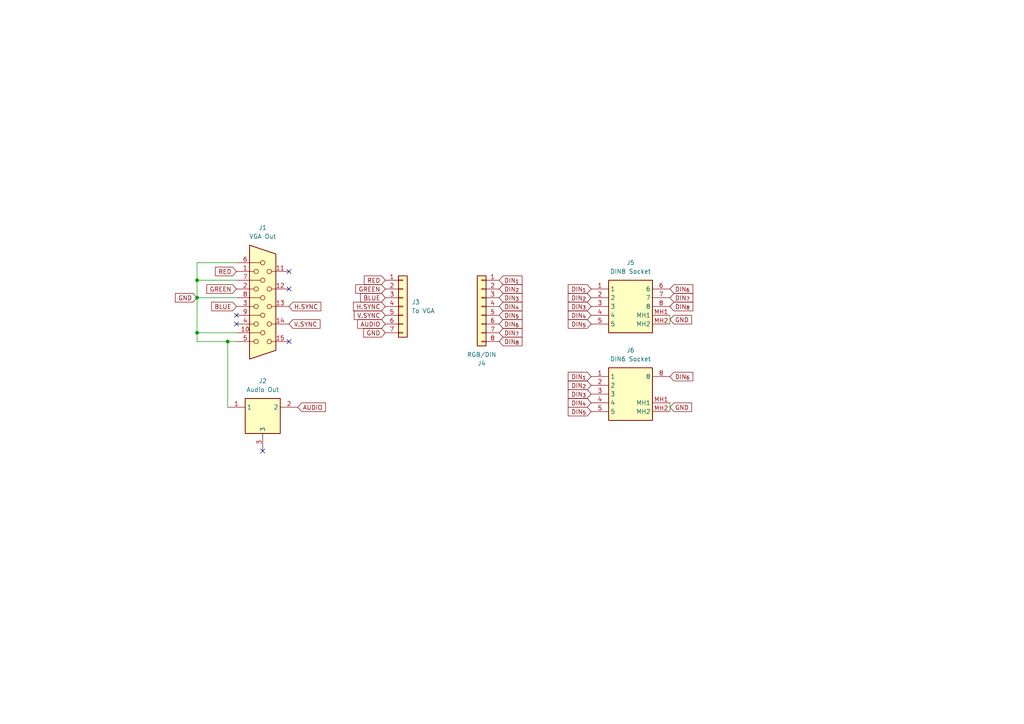
<source format=kicad_sch>
(kicad_sch (version 20250114) (generator "eeschema") (generator_version "9.0")
  (paper "A4")
  (lib_symbols
    (symbol "Clueless_Engineer:671-0601"
      (property "Reference" "J" (at 19.05 7.62 0))
      (property "Value" "671-0601" (at 19.05 5.08 0))
      (symbol "671-0601_1_1"
        (rectangle (start 5.08 2.54) (end 17.78 -12.7) (stroke (width 0.254)) (fill (type background)))
        (pin passive line (at 0 0 0) (length 5.08) (name "1") (number "1"))
        (pin passive line (at 0 -2.54 0) (length 5.08) (name "2") (number "2"))
        (pin passive line (at 0 -5.08 0) (length 5.08) (name "3") (number "3"))
        (pin passive line (at 0 -7.62 0) (length 5.08) (name "4") (number "4"))
        (pin passive line (at 0 -10.16 0) (length 5.08) (name "5") (number "5"))
        (pin passive line (at 22.86 0 180) (length 5.08) (name "8") (number "8"))
        (pin passive line (at 22.86 -7.62 180) (length 5.08) (name "MH1") (number "MH1"))
        (pin passive line (at 22.86 -10.16 180) (length 5.08) (name "MH2") (number "MH2"))
      )
    )
    (symbol "Clueless_Engineer:671-0801"
      (property "Reference" "J" (at 19.05 7.62 0))
      (property "Value" "671-0801" (at 19.05 5.08 0))
      (symbol "671-0801_1_1"
        (rectangle (start 5.08 2.54) (end 17.78 -12.7) (stroke (width 0.254)) (fill (type background)))
        (pin passive line (at 0 0 0) (length 5.08) (name "1") (number "1"))
        (pin passive line (at 0 -2.54 0) (length 5.08) (name "2") (number "2"))
        (pin passive line (at 0 -5.08 0) (length 5.08) (name "3") (number "3"))
        (pin passive line (at 0 -7.62 0) (length 5.08) (name "4") (number "4"))
        (pin passive line (at 0 -10.16 0) (length 5.08) (name "5") (number "5"))
        (pin passive line (at 22.86 0 180) (length 5.08) (name "6") (number "6"))
        (pin passive line (at 22.86 -2.54 180) (length 5.08) (name "7") (number "7"))
        (pin passive line (at 22.86 -5.08 180) (length 5.08) (name "8") (number "8"))
        (pin passive line (at 22.86 -7.62 180) (length 5.08) (name "MH1") (number "MH1"))
        (pin passive line (at 22.86 -10.16 180) (length 5.08) (name "MH2") (number "MH2"))
      )
    )
    (symbol "Clueless_Engineer:MJ-3536N_3.5mm_Mono_Socket"
      (property "Reference" "J" (at 16.51 7.62 0))
      (property "Value" "MJ-3536N_3.5mm_Mono_Socket" (at 16.51 5.08 0))
      (symbol "MJ-3536N_3.5mm_Mono_Socket_1_1"
        (rectangle (start 5.08 2.54) (end 15.24 -7.62) (stroke (width 0.254)) (fill (type background)))
        (pin passive line (at 0 0 0) (length 5.08) (name "1") (number "1"))
        (pin passive line (at 10.16 -12.7 90) (length 5.08) (name "3") (number "3"))
        (pin passive line (at 20.32 0 180) (length 5.08) (name "2") (number "2"))
      )
    )
    (symbol "Connector:DE15_Socket_HighDensity" (pin_names (offset 1.016) (hide yes))
      (property "Reference" "J" (at 0 21.59 0))
      (property "Value" "DE15_Socket_HighDensity" (at 0 19.05 0))
      (symbol "DE15_Socket_HighDensity_0_1"
        (polyline (pts (xy -3.81 17.78) (xy -3.81 -15.24) (xy 3.81 -12.7) (xy 3.81 15.24) (xy -3.81 17.78)) (stroke (width 0.254)) (fill (type background)))
        (polyline (pts (xy -3.175 7.62) (xy -0.635 7.62)))
        (circle (center -1.905 10.16) (radius 0.635))
        (circle (center -1.905 5.08) (radius 0.635))
        (circle (center -1.905 0) (radius 0.635))
        (circle (center -1.905 -5.08) (radius 0.635))
        (circle (center -1.905 -10.16) (radius 0.635))
        (polyline (pts (xy -0.635 12.7) (xy -3.175 12.7)))
        (polyline (pts (xy -0.635 2.54) (xy -3.175 2.54)))
        (polyline (pts (xy -0.635 -2.54) (xy -3.175 -2.54)))
        (polyline (pts (xy -0.635 -7.62) (xy -3.175 -7.62)))
        (circle (center 0 12.7) (radius 0.635))
        (circle (center 0 7.62) (radius 0.635))
        (circle (center 0 2.54) (radius 0.635))
        (circle (center 0 -2.54) (radius 0.635))
        (circle (center 0 -7.62) (radius 0.635))
        (circle (center 1.905 10.16) (radius 0.635))
        (circle (center 1.905 5.08) (radius 0.635))
        (circle (center 1.905 0) (radius 0.635))
        (circle (center 1.905 -5.08) (radius 0.635))
        (circle (center 1.905 -10.16) (radius 0.635))
      )
      (symbol "DE15_Socket_HighDensity_1_1"
        (pin passive line (at -7.62 12.7 0) (length 5.08) (name "~") (number "6"))
        (pin passive line (at -7.62 10.16 0) (length 5.08) (name "~") (number "1"))
        (pin passive line (at -7.62 7.62 0) (length 5.08) (name "~") (number "7"))
        (pin passive line (at -7.62 5.08 0) (length 5.08) (name "~") (number "2"))
        (pin passive line (at -7.62 2.54 0) (length 5.08) (name "~") (number "8"))
        (pin passive line (at -7.62 0 0) (length 5.08) (name "~") (number "3"))
        (pin passive line (at -7.62 -2.54 0) (length 5.08) (name "~") (number "9"))
        (pin passive line (at -7.62 -5.08 0) (length 5.08) (name "~") (number "4"))
        (pin passive line (at -7.62 -7.62 0) (length 5.08) (name "~") (number "10"))
        (pin passive line (at -7.62 -10.16 0) (length 5.08) (name "~") (number "5"))
        (pin passive line (at 7.62 10.16 180) (length 5.08) (name "~") (number "11"))
        (pin passive line (at 7.62 5.08 180) (length 5.08) (name "~") (number "12"))
        (pin passive line (at 7.62 0 180) (length 5.08) (name "~") (number "13"))
        (pin passive line (at 7.62 -5.08 180) (length 5.08) (name "~") (number "14"))
        (pin passive line (at 7.62 -10.16 180) (length 5.08) (name "~") (number "15"))
      )
    )
    (symbol "Connector_Generic:Conn_01x07" (pin_names (offset 1.016) (hide yes))
      (property "Reference" "J" (at 0 10.16 0))
      (property "Value" "Conn_01x07" (at 0 -10.16 0))
      (symbol "Conn_01x07_1_1"
        (rectangle (start -1.27 8.89) (end 1.27 -8.89) (stroke (width 0.254)) (fill (type background)))
        (rectangle (start -1.27 7.747) (end 0 7.493) (stroke (width 0.1524)))
        (rectangle (start -1.27 5.207) (end 0 4.953) (stroke (width 0.1524)))
        (rectangle (start -1.27 2.667) (end 0 2.413) (stroke (width 0.1524)))
        (rectangle (start -1.27 0.127) (end 0 -0.127) (stroke (width 0.1524)))
        (rectangle (start -1.27 -2.413) (end 0 -2.667) (stroke (width 0.1524)))
        (rectangle (start -1.27 -4.953) (end 0 -5.207) (stroke (width 0.1524)))
        (rectangle (start -1.27 -7.493) (end 0 -7.747) (stroke (width 0.1524)))
        (pin passive line (at -5.08 7.62 0) (length 3.81) (name "Pin_1") (number "1"))
        (pin passive line (at -5.08 5.08 0) (length 3.81) (name "Pin_2") (number "2"))
        (pin passive line (at -5.08 2.54 0) (length 3.81) (name "Pin_3") (number "3"))
        (pin passive line (at -5.08 0 0) (length 3.81) (name "Pin_4") (number "4"))
        (pin passive line (at -5.08 -2.54 0) (length 3.81) (name "Pin_5") (number "5"))
        (pin passive line (at -5.08 -5.08 0) (length 3.81) (name "Pin_6") (number "6"))
        (pin passive line (at -5.08 -7.62 0) (length 3.81) (name "Pin_7") (number "7"))
      )
    )
    (symbol "Connector_Generic:Conn_01x08" (pin_names (offset 1.016) (hide yes))
      (property "Reference" "J" (at 0 10.16 0))
      (property "Value" "Conn_01x08" (at 0 -12.7 0))
      (symbol "Conn_01x08_1_1"
        (rectangle (start -1.27 8.89) (end 1.27 -11.43) (stroke (width 0.254)) (fill (type background)))
        (rectangle (start -1.27 7.747) (end 0 7.493) (stroke (width 0.1524)))
        (rectangle (start -1.27 5.207) (end 0 4.953) (stroke (width 0.1524)))
        (rectangle (start -1.27 2.667) (end 0 2.413) (stroke (width 0.1524)))
        (rectangle (start -1.27 0.127) (end 0 -0.127) (stroke (width 0.1524)))
        (rectangle (start -1.27 -2.413) (end 0 -2.667) (stroke (width 0.1524)))
        (rectangle (start -1.27 -4.953) (end 0 -5.207) (stroke (width 0.1524)))
        (rectangle (start -1.27 -7.493) (end 0 -7.747) (stroke (width 0.1524)))
        (rectangle (start -1.27 -10.033) (end 0 -10.287) (stroke (width 0.1524)))
        (pin passive line (at -5.08 7.62 0) (length 3.81) (name "Pin_1") (number "1"))
        (pin passive line (at -5.08 5.08 0) (length 3.81) (name "Pin_2") (number "2"))
        (pin passive line (at -5.08 2.54 0) (length 3.81) (name "Pin_3") (number "3"))
        (pin passive line (at -5.08 0 0) (length 3.81) (name "Pin_4") (number "4"))
        (pin passive line (at -5.08 -2.54 0) (length 3.81) (name "Pin_5") (number "5"))
        (pin passive line (at -5.08 -5.08 0) (length 3.81) (name "Pin_6") (number "6"))
        (pin passive line (at -5.08 -7.62 0) (length 3.81) (name "Pin_7") (number "7"))
        (pin passive line (at -5.08 -10.16 0) (length 3.81) (name "Pin_8") (number "8"))
      )
    )
  )
  (junction (at 57.15 86.36))
  (junction (at 57.15 81.28))
  (junction (at 57.15 96.52))
  (junction (at 66.04 99.06))
  (no_connect (at 83.82 99.06))
  (no_connect (at 83.82 83.82))
  (no_connect (at 68.58 93.98))
  (no_connect (at 76.2 130.81))
  (no_connect (at 83.82 78.74))
  (no_connect (at 68.58 91.44))
  (wire (pts (xy 57.15 96.52) (xy 68.58 96.52)))
  (wire (pts (xy 57.15 86.36) (xy 57.15 96.52)))
  (wire (pts (xy 57.15 76.2) (xy 68.58 76.2)))
  (wire (pts (xy 68.58 99.06) (xy 66.04 99.06)))
  (wire (pts (xy 66.04 99.06) (xy 57.15 99.06)))
  (wire (pts (xy 57.15 86.36) (xy 68.58 86.36)))
  (wire (pts (xy 194.31 91.44) (xy 194.31 93.98)))
  (wire (pts (xy 194.31 116.84) (xy 194.31 119.38)))
  (wire (pts (xy 57.15 86.36) (xy 57.15 81.28)))
  (wire (pts (xy 57.15 99.06) (xy 57.15 96.52)))
  (wire (pts (xy 57.15 81.28) (xy 57.15 76.2)))
  (wire (pts (xy 57.15 81.28) (xy 68.58 81.28)))
  (wire (pts (xy 66.04 99.06) (xy 66.04 118.11)))
  (global_label "BLUE" (shape input) (at 111.76 86.36 180) (property "Intersheetrefs" "${INTERSHEET_REFS}" (effects (hide yes))))
  (global_label "DIN_{8}" (shape input) (at 194.31 88.9 0) (property "Intersheetrefs" "${INTERSHEET_REFS}" (effects (hide yes))))
  (global_label "GND" (shape input) (at 111.76 96.52 180) (property "Intersheetrefs" "${INTERSHEET_REFS}" (effects (hide yes))))
  (global_label "DIN_{7}" (shape input) (at 194.31 86.36 0) (property "Intersheetrefs" "${INTERSHEET_REFS}" (effects (hide yes))))
  (global_label "DIN_{5}" (shape input) (at 171.45 93.98 180) (property "Intersheetrefs" "${INTERSHEET_REFS}" (effects (hide yes))))
  (global_label "DIN_{5}" (shape input) (at 144.78 91.44 0) (property "Intersheetrefs" "${INTERSHEET_REFS}" (effects (hide yes))))
  (global_label "DIN_{4}" (shape input) (at 171.45 91.44 180) (property "Intersheetrefs" "${INTERSHEET_REFS}" (effects (hide yes))))
  (global_label "DIN_{3}" (shape input) (at 171.45 114.3 180) (property "Intersheetrefs" "${INTERSHEET_REFS}" (effects (hide yes))))
  (global_label "DIN_{6}" (shape input) (at 194.31 109.22 0) (property "Intersheetrefs" "${INTERSHEET_REFS}" (effects (hide yes))))
  (global_label "BLUE" (shape input) (at 68.58 88.9 180) (property "Intersheetrefs" "${INTERSHEET_REFS}" (effects (hide yes))))
  (global_label "DIN_{6}" (shape input) (at 144.78 93.98 0) (property "Intersheetrefs" "${INTERSHEET_REFS}" (effects (hide yes))))
  (global_label "DIN_{3}" (shape input) (at 144.78 86.36 0) (property "Intersheetrefs" "${INTERSHEET_REFS}" (effects (hide yes))))
  (global_label "GND" (shape input) (at 57.15 86.36 180) (property "Intersheetrefs" "${INTERSHEET_REFS}" (effects (hide yes))))
  (global_label "V.SYNC" (shape input) (at 111.76 91.44 180) (property "Intersheetrefs" "${INTERSHEET_REFS}" (effects (hide yes))))
  (global_label "AUDIO" (shape input) (at 86.36 118.11 0) (property "Intersheetrefs" "${INTERSHEET_REFS}" (effects (hide yes))))
  (global_label "DIN_{8}" (shape input) (at 144.78 99.06 0) (property "Intersheetrefs" "${INTERSHEET_REFS}" (effects (hide yes))))
  (global_label "GREEN" (shape input) (at 68.58 83.82 180) (property "Intersheetrefs" "${INTERSHEET_REFS}" (effects (hide yes))))
  (global_label "H.SYNC" (shape input) (at 111.76 88.9 180) (property "Intersheetrefs" "${INTERSHEET_REFS}" (effects (hide yes))))
  (global_label "RED" (shape input) (at 68.58 78.74 180) (property "Intersheetrefs" "${INTERSHEET_REFS}" (effects (hide yes))))
  (global_label "DIN_{1}" (shape input) (at 171.45 109.22 180) (property "Intersheetrefs" "${INTERSHEET_REFS}" (effects (hide yes))))
  (global_label "AUDIO" (shape input) (at 111.76 93.98 180) (property "Intersheetrefs" "${INTERSHEET_REFS}" (effects (hide yes))))
  (global_label "DIN_{4}" (shape input) (at 171.45 116.84 180) (property "Intersheetrefs" "${INTERSHEET_REFS}" (effects (hide yes))))
  (global_label "DIN_{2}" (shape input) (at 171.45 86.36 180) (property "Intersheetrefs" "${INTERSHEET_REFS}" (effects (hide yes))))
  (global_label "DIN_{5}" (shape input) (at 171.45 119.38 180) (property "Intersheetrefs" "${INTERSHEET_REFS}" (effects (hide yes))))
  (global_label "V.SYNC" (shape input) (at 83.82 93.98 0) (property "Intersheetrefs" "${INTERSHEET_REFS}" (effects (hide yes))))
  (global_label "GND" (shape input) (at 194.31 118.11 0) (property "Intersheetrefs" "${INTERSHEET_REFS}" (effects (hide yes))))
  (global_label "DIN_{1}" (shape input) (at 144.78 81.28 0) (property "Intersheetrefs" "${INTERSHEET_REFS}" (effects (hide yes))))
  (global_label "DIN_{3}" (shape input) (at 171.45 88.9 180) (property "Intersheetrefs" "${INTERSHEET_REFS}" (effects (hide yes))))
  (global_label "DIN_{4}" (shape input) (at 144.78 88.9 0) (property "Intersheetrefs" "${INTERSHEET_REFS}" (effects (hide yes))))
  (global_label "GREEN" (shape input) (at 111.76 83.82 180) (property "Intersheetrefs" "${INTERSHEET_REFS}" (effects (hide yes))))
  (global_label "DIN_{2}" (shape input) (at 171.45 111.76 180) (property "Intersheetrefs" "${INTERSHEET_REFS}" (effects (hide yes))))
  (global_label "DIN_{6}" (shape input) (at 194.31 83.82 0) (property "Intersheetrefs" "${INTERSHEET_REFS}" (effects (hide yes))))
  (global_label "DIN_{7}" (shape input) (at 144.78 96.52 0) (property "Intersheetrefs" "${INTERSHEET_REFS}" (effects (hide yes))))
  (global_label "DIN_{2}" (shape input) (at 144.78 83.82 0) (property "Intersheetrefs" "${INTERSHEET_REFS}" (effects (hide yes))))
  (global_label "GND" (shape input) (at 194.31 92.71 0) (property "Intersheetrefs" "${INTERSHEET_REFS}" (effects (hide yes))))
  (global_label "H.SYNC" (shape input) (at 83.82 88.9 0) (property "Intersheetrefs" "${INTERSHEET_REFS}" (effects (hide yes))))
  (global_label "DIN_{1}" (shape input) (at 171.45 83.82 180) (property "Intersheetrefs" "${INTERSHEET_REFS}" (effects (hide yes))))
  (global_label "RED" (shape input) (at 111.76 81.28 180) (property "Intersheetrefs" "${INTERSHEET_REFS}" (effects (hide yes))))
  (symbol (lib_id "Clueless_Engineer:671-0801") (at 171.45 83.82 0) (unit 1)
    (property "Reference" "J5" (at 182.88 76.2 0))
    (property "Value" "DIN8 Socket" (at 182.88 78.74 0))
    (property "Footprint" "Clueless_Engineer:6710801" (effects (hide yes)))
    (property "Datasheet" "https://www.mouser.co.uk/datasheet/2/458/deltron-671-0401-4-way-din-socket-data-1859903.pdf" (effects (hide yes)))
    (property "Description" "Deltron 8 Pole Right Angle Din Socket Socket, 2A, 100 V ac, Lockable" (effects (hide yes)))
    (property "Height" "19.5" (effects (hide yes)))
    (property "Manufacturer_Name" "DELTRON COMPONENTS" (effects (hide yes)))
    (property "Manufacturer_Part_Number" "671-0801" (effects (hide yes)))
  )
  (symbol (lib_id "Connector_Generic:Conn_01x07") (at 116.84 88.9 0) (unit 1)
    (property "Reference" "J3" (at 119.38 87.6299 0) (effects (justify left)))
    (property "Value" "To VGA" (at 119.38 90.1699 0) (effects (justify left)))
    (property "Footprint" "Connector_PinHeader_2.54mm:PinHeader_1x07_P2.54mm_Vertical" (effects (hide yes)))
    (property "Description" "Generic connector, single row, 01x07, script generated (kicad-library-utils/schlib/autogen/connector/)" (effects (hide yes)))
  )
  (symbol (lib_id "Clueless_Engineer:671-0601") (at 171.45 109.22 0) (unit 1)
    (property "Reference" "J6" (at 182.88 101.6 0))
    (property "Value" "DIN6 Socket" (at 182.88 104.14 0))
    (property "Footprint" "Clueless_Engineer:6710601" (effects (hide yes)))
    (property "Description" "Deltron 6 Pole Right Angle Din Socket Socket, 2A, 100 V ac, Lockable" (effects (hide yes)))
    (property "Height" "19.5" (effects (hide yes)))
    (property "Manufacturer_Name" "DELTRON COMPONENTS" (effects (hide yes)))
    (property "Manufacturer_Part_Number" "671-0601" (effects (hide yes)))
  )
  (symbol (lib_id "Clueless_Engineer:MJ-3536N_3.5mm_Mono_Socket") (at 66.04 118.11 0) (unit 1)
    (property "Reference" "J2" (at 76.2 110.49 0))
    (property "Value" "Audio Out" (at 76.2 113.03 0))
    (property "Footprint" "Clueless_Engineer:MJ3536N" (effects (hide yes)))
    (property "Datasheet" "https://www.sameskydevices.com/product/resource/supplyframepdf/mj-3536n.pdf" (effects (hide yes)))
    (property "Description" "3.5 mm, Mono, Right Angle, Through Hole, 2 Conductors, 1 Internal Switch, Audio Jack Connector" (effects (hide yes)))
    (property "Height" "10" (effects (hide yes)))
    (property "Mouser Part Number" "490-MJ-3536N" (effects (hide yes)))
    (property "Mouser Price/Stock" "https://www.mouser.co.uk/ProductDetail/Same-Sky/MJ-3536N?qs=WyjlAZoYn51vdgS3Tq1ykQ%3D%3D" (effects (hide yes)))
    (property "Manufacturer_Name" "Same Sky" (effects (hide yes)))
    (property "Manufacturer_Part_Number" "MJ-3536N" (effects (hide yes)))
  )
  (symbol (lib_id "Connector_Generic:Conn_01x08") (at 139.7 88.9 0) (mirror y) (unit 1)
    (property "Reference" "J4" (at 139.7 105.41 0))
    (property "Value" "RGB/DIN" (at 139.7 102.87 0))
    (property "Footprint" "Connector_PinHeader_2.54mm:PinHeader_1x08_P2.54mm_Vertical" (effects (hide yes)))
    (property "Description" "Generic connector, single row, 01x08, script generated (kicad-library-utils/schlib/autogen/connector/)" (effects (hide yes)))
  )
  (symbol (lib_id "Connector:DE15_Socket_HighDensity") (at 76.2 88.9 0) (unit 1)
    (property "Reference" "J1" (at 76.2 66.04 0))
    (property "Value" "VGA Out" (at 76.2 68.58 0))
    (property "Footprint" "Connector_Dsub:DSUB-15-HD_Socket_Horizontal_P2.29x2.54mm_EdgePinOffset8.35mm_Housed_MountingHolesOffset10.89mm" (effects (hide yes)))
    (property "Description" "15-pin D-SUB connector, socket (female), High density (3 columns), Triple Row, Generic, VGA-connector" (effects (hide yes)))
  )
)
</source>
